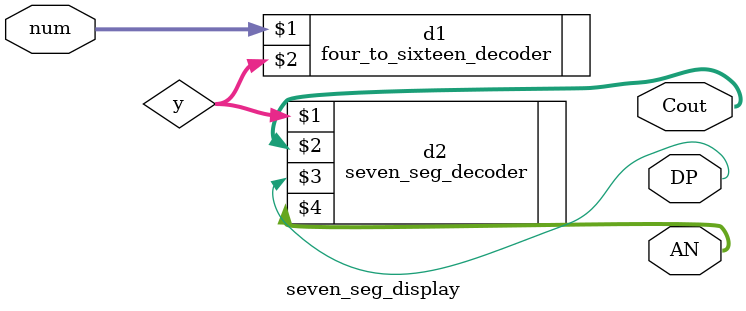
<source format=v>
`timescale 1ns / 1ps


module seven_seg_display(num, Cout, DP, AN);
    input [3:0] num;
    output [6:0] Cout;
    output DP;
    output [7:0] AN;
    
    wire [15:0] y;
    
    four_to_sixteen_decoder d1(num, y);
    seven_seg_decoder d2(y, Cout, DP, AN);
    
    
endmodule

</source>
